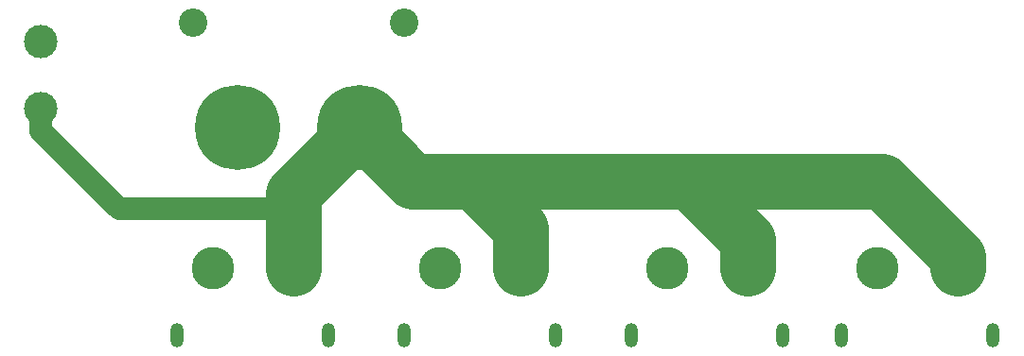
<source format=gbl>
G04 Layer: BottomLayer*
G04 EasyEDA v6.5.22, 2023-03-20 13:27:50*
G04 0fcd681f2d4240da92ff1f52a303d1ac,10*
G04 Gerber Generator version 0.2*
G04 Scale: 100 percent, Rotated: No, Reflected: No *
G04 Dimensions in millimeters *
G04 leading zeros omitted , absolute positions ,4 integer and 5 decimal *
%FSLAX45Y45*%
%MOMM*%

%ADD10C,5.0000*%
%ADD11C,2.0000*%
%ADD12O,1.1999976X2.1999956000000003*%
%ADD13C,3.8000*%
%ADD14C,7.6200*%
%ADD15C,2.5499*%
%ADD16C,3.0000*%

%LPD*%
D10*
X6096000Y-3251200D02*
G01*
X7823200Y-3251200D01*
X8497188Y-3925188D01*
X8497188Y-4031995D01*
X4165600Y-3251200D02*
G01*
X6096000Y-3251200D01*
X6617588Y-3772788D01*
X6617588Y-4031995D01*
X3145002Y-2769984D02*
G01*
X3626218Y-3251200D01*
X4165600Y-3251200D01*
X4585588Y-3671188D01*
X4585588Y-4031995D01*
D11*
X3145002Y-2769984D02*
G01*
X2414993Y-3499993D01*
X999997Y-3499993D01*
X299999Y-2799994D01*
X299999Y-2599994D01*
D10*
X3145002Y-2769984D02*
G01*
X2553588Y-3361397D01*
X2553588Y-4031995D01*
D12*
G01*
X6932599Y-4631994D03*
G01*
X5582589Y-4631994D03*
D13*
G01*
X6617588Y-4031995D03*
G01*
X5897600Y-4031995D03*
D12*
G01*
X8812199Y-4631994D03*
G01*
X7462189Y-4631994D03*
D13*
G01*
X8497188Y-4031995D03*
G01*
X7777200Y-4031995D03*
D12*
G01*
X2868599Y-4631994D03*
G01*
X1518589Y-4631994D03*
D13*
G01*
X2553588Y-4031995D03*
G01*
X1833600Y-4031995D03*
D12*
G01*
X4900599Y-4631994D03*
G01*
X3550589Y-4631994D03*
D13*
G01*
X4585588Y-4031995D03*
G01*
X3865600Y-4031995D03*
D14*
G01*
X2054986Y-2769984D03*
G01*
X3145002Y-2769984D03*
D15*
G01*
X1654987Y-1830006D03*
G01*
X3545001Y-1830006D03*
D16*
G01*
X299999Y-1999995D03*
G01*
X299999Y-2599994D03*
M02*

</source>
